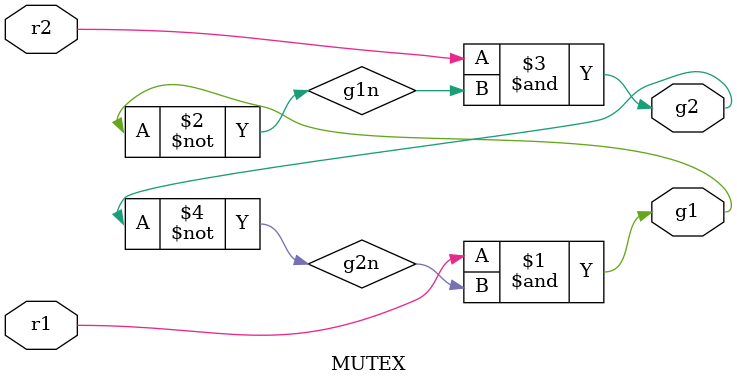
<source format=v>
module MUTEX (
	input r1,
	input r2,
	output g1,
	output g2
);

	wire g1n;
	wire g2n;

	assign g1n = ~(r1 & g2n);
	assign g2n = ~(r2 & g1n);
	
	assign g1 = ~(g1n);
	assign g2 = ~(g2n);

endmodule

</source>
